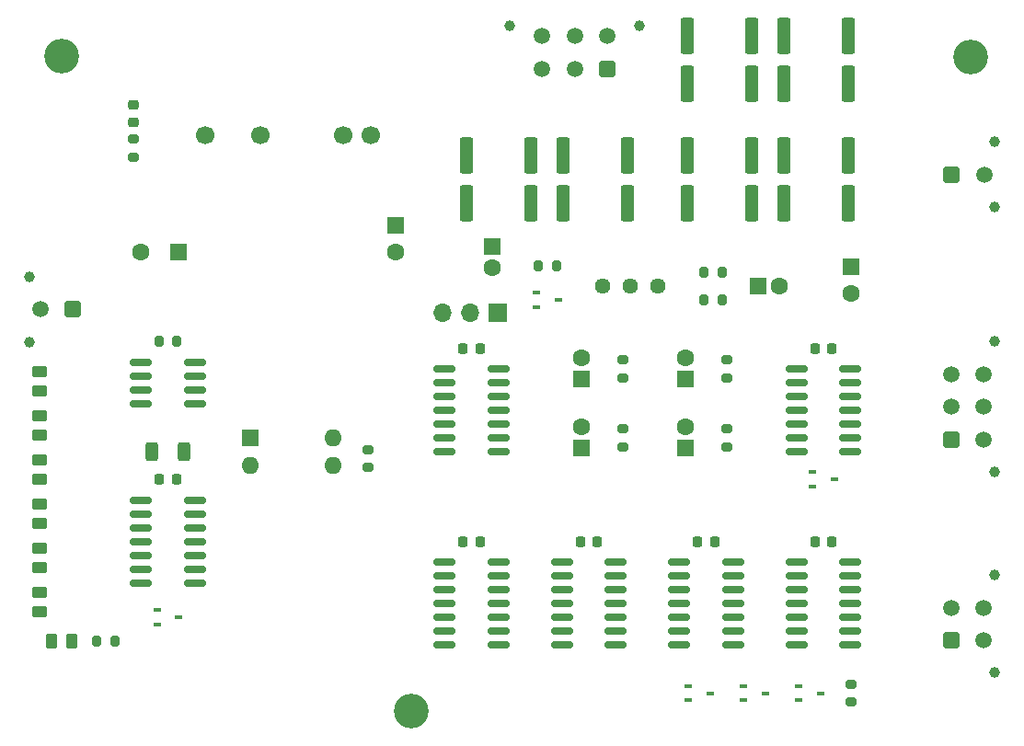
<source format=gts>
%TF.GenerationSoftware,KiCad,Pcbnew,(6.0.5)*%
%TF.CreationDate,2022-06-14T16:57:57+01:00*%
%TF.ProjectId,hv_sense,68765f73-656e-4736-952e-6b696361645f,rev?*%
%TF.SameCoordinates,Original*%
%TF.FileFunction,Soldermask,Top*%
%TF.FilePolarity,Negative*%
%FSLAX46Y46*%
G04 Gerber Fmt 4.6, Leading zero omitted, Abs format (unit mm)*
G04 Created by KiCad (PCBNEW (6.0.5)) date 2022-06-14 16:57:57*
%MOMM*%
%LPD*%
G01*
G04 APERTURE LIST*
G04 Aperture macros list*
%AMRoundRect*
0 Rectangle with rounded corners*
0 $1 Rounding radius*
0 $2 $3 $4 $5 $6 $7 $8 $9 X,Y pos of 4 corners*
0 Add a 4 corners polygon primitive as box body*
4,1,4,$2,$3,$4,$5,$6,$7,$8,$9,$2,$3,0*
0 Add four circle primitives for the rounded corners*
1,1,$1+$1,$2,$3*
1,1,$1+$1,$4,$5*
1,1,$1+$1,$6,$7*
1,1,$1+$1,$8,$9*
0 Add four rect primitives between the rounded corners*
20,1,$1+$1,$2,$3,$4,$5,0*
20,1,$1+$1,$4,$5,$6,$7,0*
20,1,$1+$1,$6,$7,$8,$9,0*
20,1,$1+$1,$8,$9,$2,$3,0*%
G04 Aperture macros list end*
%ADD10C,1.700000*%
%ADD11RoundRect,0.250000X0.362500X1.425000X-0.362500X1.425000X-0.362500X-1.425000X0.362500X-1.425000X0*%
%ADD12RoundRect,0.225000X0.225000X0.250000X-0.225000X0.250000X-0.225000X-0.250000X0.225000X-0.250000X0*%
%ADD13RoundRect,0.150000X-0.825000X-0.150000X0.825000X-0.150000X0.825000X0.150000X-0.825000X0.150000X0*%
%ADD14C,1.000000*%
%ADD15RoundRect,0.250001X0.499999X-0.499999X0.499999X0.499999X-0.499999X0.499999X-0.499999X-0.499999X0*%
%ADD16C,1.500000*%
%ADD17R,1.600000X1.600000*%
%ADD18C,1.600000*%
%ADD19RoundRect,0.200000X-0.275000X0.200000X-0.275000X-0.200000X0.275000X-0.200000X0.275000X0.200000X0*%
%ADD20R,0.700000X0.450000*%
%ADD21RoundRect,0.250000X-0.312500X-0.625000X0.312500X-0.625000X0.312500X0.625000X-0.312500X0.625000X0*%
%ADD22RoundRect,0.250000X0.450000X-0.262500X0.450000X0.262500X-0.450000X0.262500X-0.450000X-0.262500X0*%
%ADD23RoundRect,0.218750X0.256250X-0.218750X0.256250X0.218750X-0.256250X0.218750X-0.256250X-0.218750X0*%
%ADD24RoundRect,0.250000X-0.262500X-0.450000X0.262500X-0.450000X0.262500X0.450000X-0.262500X0.450000X0*%
%ADD25RoundRect,0.200000X-0.200000X-0.275000X0.200000X-0.275000X0.200000X0.275000X-0.200000X0.275000X0*%
%ADD26O,1.600000X1.600000*%
%ADD27R,1.700000X1.700000*%
%ADD28O,1.700000X1.700000*%
%ADD29RoundRect,0.250000X-0.450000X0.262500X-0.450000X-0.262500X0.450000X-0.262500X0.450000X0.262500X0*%
%ADD30RoundRect,0.250001X0.499999X0.499999X-0.499999X0.499999X-0.499999X-0.499999X0.499999X-0.499999X0*%
%ADD31C,3.200000*%
%ADD32RoundRect,0.200000X0.200000X0.275000X-0.200000X0.275000X-0.200000X-0.275000X0.200000X-0.275000X0*%
%ADD33RoundRect,0.250001X-0.499999X0.499999X-0.499999X-0.499999X0.499999X-0.499999X0.499999X0.499999X0*%
%ADD34RoundRect,0.200000X0.275000X-0.200000X0.275000X0.200000X-0.275000X0.200000X-0.275000X-0.200000X0*%
%ADD35C,1.440000*%
G04 APERTURE END LIST*
D10*
%TO.C,PS1*%
X141220000Y-36300000D03*
X138680000Y-36300000D03*
X131060000Y-36300000D03*
X125980000Y-36300000D03*
%TD*%
D11*
%TO.C,R7*%
X164887500Y-38100000D03*
X158962500Y-38100000D03*
%TD*%
D12*
%TO.C,C10*%
X162065000Y-73660000D03*
X160515000Y-73660000D03*
%TD*%
D13*
%TO.C,U4*%
X169610000Y-75565000D03*
X169610000Y-76835000D03*
X169610000Y-78105000D03*
X169610000Y-79375000D03*
X169610000Y-80645000D03*
X169610000Y-81915000D03*
X169610000Y-83185000D03*
X174560000Y-83185000D03*
X174560000Y-81915000D03*
X174560000Y-80645000D03*
X174560000Y-79375000D03*
X174560000Y-78105000D03*
X174560000Y-76835000D03*
X174560000Y-75565000D03*
%TD*%
D14*
%TO.C,J6*%
X198625000Y-36900000D03*
X198625000Y-42900000D03*
D15*
X194685000Y-39900000D03*
D16*
X197685000Y-39900000D03*
%TD*%
D17*
%TO.C,C4*%
X170180000Y-65090113D03*
D18*
X170180000Y-63090113D03*
%TD*%
D19*
%TO.C,R10*%
X173990000Y-63310001D03*
X173990000Y-64960001D03*
%TD*%
D17*
%TO.C,C8*%
X152400000Y-46482000D03*
D18*
X152400000Y-48482000D03*
%TD*%
D20*
%TO.C,D6*%
X121555000Y-79995000D03*
X121555000Y-81295000D03*
X123555000Y-80645000D03*
%TD*%
D21*
%TO.C,R27*%
X121092500Y-65405000D03*
X124017500Y-65405000D03*
%TD*%
D22*
%TO.C,R23*%
X110744000Y-80160500D03*
X110744000Y-78335500D03*
%TD*%
D23*
%TO.C,D7*%
X119380000Y-35077500D03*
X119380000Y-33502500D03*
%TD*%
D19*
%TO.C,R14*%
X185420000Y-86805000D03*
X185420000Y-88455000D03*
%TD*%
D24*
%TO.C,R29*%
X111863500Y-82804000D03*
X113688500Y-82804000D03*
%TD*%
D17*
%TO.C,C6*%
X176844888Y-50165000D03*
D18*
X178844888Y-50165000D03*
%TD*%
D13*
%TO.C,U6*%
X180405000Y-75565000D03*
X180405000Y-76835000D03*
X180405000Y-78105000D03*
X180405000Y-79375000D03*
X180405000Y-80645000D03*
X180405000Y-81915000D03*
X180405000Y-83185000D03*
X185355000Y-83185000D03*
X185355000Y-81915000D03*
X185355000Y-80645000D03*
X185355000Y-79375000D03*
X185355000Y-78105000D03*
X185355000Y-76835000D03*
X185355000Y-75565000D03*
%TD*%
D20*
%TO.C,D2*%
X175530000Y-86980000D03*
X175530000Y-88280000D03*
X177530000Y-87630000D03*
%TD*%
D25*
%TO.C,R25*%
X116015000Y-82804000D03*
X117665000Y-82804000D03*
%TD*%
D17*
%TO.C,C3*%
X160655000Y-65090113D03*
D18*
X160655000Y-63090113D03*
%TD*%
D19*
%TO.C,R26*%
X119380000Y-36640000D03*
X119380000Y-38290000D03*
%TD*%
D13*
%TO.C,U3*%
X158815000Y-75565000D03*
X158815000Y-76835000D03*
X158815000Y-78105000D03*
X158815000Y-79375000D03*
X158815000Y-80645000D03*
X158815000Y-81915000D03*
X158815000Y-83185000D03*
X163765000Y-83185000D03*
X163765000Y-81915000D03*
X163765000Y-80645000D03*
X163765000Y-79375000D03*
X163765000Y-78105000D03*
X163765000Y-76835000D03*
X163765000Y-75565000D03*
%TD*%
D20*
%TO.C,D4*%
X181880000Y-67295000D03*
X181880000Y-68595000D03*
X183880000Y-67945000D03*
%TD*%
D12*
%TO.C,C12*%
X151270000Y-73660000D03*
X149720000Y-73660000D03*
%TD*%
D25*
%TO.C,R19*%
X156655000Y-48260000D03*
X158305000Y-48260000D03*
%TD*%
D17*
%TO.C,U10*%
X130185000Y-64130000D03*
D26*
X130185000Y-66670000D03*
X137805000Y-66670000D03*
X137805000Y-64130000D03*
%TD*%
D27*
%TO.C,SW1*%
X152908000Y-52578000D03*
D28*
X150368000Y-52578000D03*
X147828000Y-52578000D03*
%TD*%
D11*
%TO.C,R4*%
X185207500Y-42545000D03*
X179282500Y-42545000D03*
%TD*%
D17*
%TO.C,C7*%
X123572651Y-46990000D03*
D18*
X120072651Y-46990000D03*
%TD*%
D19*
%TO.C,R9*%
X164465000Y-63310001D03*
X164465000Y-64960001D03*
%TD*%
D25*
%TO.C,R15*%
X171895000Y-51435000D03*
X173545000Y-51435000D03*
%TD*%
D29*
%TO.C,R20*%
X110744000Y-66143500D03*
X110744000Y-67968500D03*
%TD*%
D14*
%TO.C,J2*%
X166000000Y-26225000D03*
X154000000Y-26225000D03*
D30*
X163000000Y-30165000D03*
D16*
X160000000Y-30165000D03*
X157000000Y-30165000D03*
X163000000Y-27165000D03*
X160000000Y-27165000D03*
X157000000Y-27165000D03*
%TD*%
D17*
%TO.C,C5*%
X160655000Y-58740113D03*
D18*
X160655000Y-56740113D03*
%TD*%
D20*
%TO.C,D1*%
X170450000Y-86980000D03*
X170450000Y-88280000D03*
X172450000Y-87630000D03*
%TD*%
D11*
%TO.C,R13*%
X155997500Y-42545000D03*
X150072500Y-42545000D03*
%TD*%
D12*
%TO.C,C15*%
X183655000Y-73660000D03*
X182105000Y-73660000D03*
%TD*%
D11*
%TO.C,R2*%
X185207500Y-38100000D03*
X179282500Y-38100000D03*
%TD*%
D29*
%TO.C,R22*%
X110744000Y-74271500D03*
X110744000Y-76096500D03*
%TD*%
D31*
%TO.C,H1*%
X112750000Y-29000000D03*
%TD*%
D19*
%TO.C,R6*%
X173990000Y-56960001D03*
X173990000Y-58610001D03*
%TD*%
D20*
%TO.C,D5*%
X156480000Y-50785000D03*
X156480000Y-52085000D03*
X158480000Y-51435000D03*
%TD*%
D31*
%TO.C,H3*%
X145000000Y-89250000D03*
%TD*%
D20*
%TO.C,D3*%
X180610000Y-86980000D03*
X180610000Y-88280000D03*
X182610000Y-87630000D03*
%TD*%
D29*
%TO.C,R17*%
X110744000Y-58015500D03*
X110744000Y-59840500D03*
%TD*%
D11*
%TO.C,R8*%
X155997500Y-38100000D03*
X150072500Y-38100000D03*
%TD*%
D32*
%TO.C,R24*%
X123380000Y-55245000D03*
X121730000Y-55245000D03*
%TD*%
D14*
%TO.C,J3*%
X198605000Y-85750000D03*
X198605000Y-76750000D03*
D15*
X194665000Y-82750000D03*
D16*
X194665000Y-79750000D03*
X197665000Y-82750000D03*
X197665000Y-79750000D03*
%TD*%
D11*
%TO.C,R3*%
X176317500Y-38100000D03*
X170392500Y-38100000D03*
%TD*%
D12*
%TO.C,C1*%
X123330000Y-67945000D03*
X121780000Y-67945000D03*
%TD*%
D11*
%TO.C,R12*%
X164887500Y-42545000D03*
X158962500Y-42545000D03*
%TD*%
%TO.C,R5*%
X176317500Y-42545000D03*
X170392500Y-42545000D03*
%TD*%
D13*
%TO.C,U2*%
X148020000Y-75565000D03*
X148020000Y-76835000D03*
X148020000Y-78105000D03*
X148020000Y-79375000D03*
X148020000Y-80645000D03*
X148020000Y-81915000D03*
X148020000Y-83185000D03*
X152970000Y-83185000D03*
X152970000Y-81915000D03*
X152970000Y-80645000D03*
X152970000Y-79375000D03*
X152970000Y-78105000D03*
X152970000Y-76835000D03*
X152970000Y-75565000D03*
%TD*%
%TO.C,U5*%
X180405000Y-57785000D03*
X180405000Y-59055000D03*
X180405000Y-60325000D03*
X180405000Y-61595000D03*
X180405000Y-62865000D03*
X180405000Y-64135000D03*
X180405000Y-65405000D03*
X185355000Y-65405000D03*
X185355000Y-64135000D03*
X185355000Y-62865000D03*
X185355000Y-61595000D03*
X185355000Y-60325000D03*
X185355000Y-59055000D03*
X185355000Y-57785000D03*
%TD*%
D19*
%TO.C,R11*%
X164465000Y-56960001D03*
X164465000Y-58610001D03*
%TD*%
D17*
%TO.C,C2*%
X170180000Y-58740113D03*
D18*
X170180000Y-56740113D03*
%TD*%
D17*
%TO.C,C17*%
X185420000Y-48347621D03*
D18*
X185420000Y-50847621D03*
%TD*%
D22*
%TO.C,R18*%
X110744000Y-63904500D03*
X110744000Y-62079500D03*
%TD*%
D11*
%TO.C,R30*%
X176262500Y-27100000D03*
X170337500Y-27100000D03*
%TD*%
D14*
%TO.C,J7*%
X198605000Y-67250000D03*
X198605000Y-55250000D03*
D15*
X194665000Y-64250000D03*
D16*
X194665000Y-61250000D03*
X194665000Y-58250000D03*
X197665000Y-64250000D03*
X197665000Y-61250000D03*
X197665000Y-58250000D03*
%TD*%
D13*
%TO.C,U9*%
X120080000Y-57150000D03*
X120080000Y-58420000D03*
X120080000Y-59690000D03*
X120080000Y-60960000D03*
X125030000Y-60960000D03*
X125030000Y-59690000D03*
X125030000Y-58420000D03*
X125030000Y-57150000D03*
%TD*%
D11*
%TO.C,R32*%
X176262500Y-31500000D03*
X170337500Y-31500000D03*
%TD*%
D17*
%TO.C,C16*%
X143510000Y-44537621D03*
D18*
X143510000Y-47037621D03*
%TD*%
D14*
%TO.C,J1*%
X109860000Y-49300000D03*
X109860000Y-55300000D03*
D33*
X113800000Y-52300000D03*
D16*
X110800000Y-52300000D03*
%TD*%
D34*
%TO.C,R28*%
X140970000Y-66865000D03*
X140970000Y-65215000D03*
%TD*%
D12*
%TO.C,C13*%
X183655000Y-55880000D03*
X182105000Y-55880000D03*
%TD*%
D32*
%TO.C,R16*%
X173545000Y-48895000D03*
X171895000Y-48895000D03*
%TD*%
D13*
%TO.C,U8*%
X120080000Y-69850000D03*
X120080000Y-71120000D03*
X120080000Y-72390000D03*
X120080000Y-73660000D03*
X120080000Y-74930000D03*
X120080000Y-76200000D03*
X120080000Y-77470000D03*
X125030000Y-77470000D03*
X125030000Y-76200000D03*
X125030000Y-74930000D03*
X125030000Y-73660000D03*
X125030000Y-72390000D03*
X125030000Y-71120000D03*
X125030000Y-69850000D03*
%TD*%
D12*
%TO.C,C11*%
X172860000Y-73660000D03*
X171310000Y-73660000D03*
%TD*%
D31*
%TO.C,H2*%
X196400000Y-29100000D03*
%TD*%
D13*
%TO.C,U1*%
X148020000Y-57785000D03*
X148020000Y-59055000D03*
X148020000Y-60325000D03*
X148020000Y-61595000D03*
X148020000Y-62865000D03*
X148020000Y-64135000D03*
X148020000Y-65405000D03*
X152970000Y-65405000D03*
X152970000Y-64135000D03*
X152970000Y-62865000D03*
X152970000Y-61595000D03*
X152970000Y-60325000D03*
X152970000Y-59055000D03*
X152970000Y-57785000D03*
%TD*%
D22*
%TO.C,R21*%
X110744000Y-72032500D03*
X110744000Y-70207500D03*
%TD*%
D12*
%TO.C,C9*%
X151270000Y-55880000D03*
X149720000Y-55880000D03*
%TD*%
D11*
%TO.C,R31*%
X185162500Y-27100000D03*
X179237500Y-27100000D03*
%TD*%
D35*
%TO.C,RV1*%
X167640000Y-50165000D03*
X165100000Y-50165000D03*
X162560000Y-50165000D03*
%TD*%
D11*
%TO.C,R1*%
X185162500Y-31500000D03*
X179237500Y-31500000D03*
%TD*%
M02*

</source>
